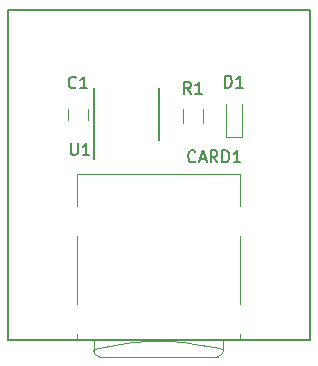
<source format=gbr>
G04 #@! TF.FileFunction,Legend,Top*
%FSLAX46Y46*%
G04 Gerber Fmt 4.6, Leading zero omitted, Abs format (unit mm)*
G04 Created by KiCad (PCBNEW 4.0.6) date 07/30/17 20:13:49*
%MOMM*%
%LPD*%
G01*
G04 APERTURE LIST*
%ADD10C,0.100000*%
%ADD11C,0.150000*%
%ADD12C,0.120000*%
G04 APERTURE END LIST*
D10*
D11*
X164231000Y-62735000D02*
X138711000Y-62735000D01*
X164231000Y-90685000D02*
X164231000Y-62735000D01*
X138711000Y-90685000D02*
X164231000Y-90685000D01*
X138711000Y-62745000D02*
X138711000Y-90685000D01*
D12*
X143751000Y-71125000D02*
X143751000Y-72125000D01*
X145451000Y-72125000D02*
X145451000Y-71125000D01*
X146411000Y-91415000D02*
X145911000Y-91515000D01*
X147711000Y-91115000D02*
X146411000Y-91415000D01*
X149211000Y-90915000D02*
X147711000Y-91115000D01*
X150511000Y-90815000D02*
X149211000Y-90915000D01*
X152311000Y-90815000D02*
X150511000Y-90815000D01*
X153611000Y-90915000D02*
X152311000Y-90815000D01*
X154411000Y-91015000D02*
X153611000Y-90915000D01*
X156111000Y-91315000D02*
X154411000Y-91015000D01*
X156911000Y-91515000D02*
X156111000Y-91315000D01*
X156411000Y-92115000D02*
X146411000Y-92115000D01*
X145911000Y-91615000D02*
G75*
G03X146411000Y-92115000I500000J0D01*
G01*
X156911000Y-90615000D02*
X156911000Y-91615000D01*
X145911000Y-90615000D02*
X145911000Y-91615000D01*
X158321000Y-90615000D02*
X144501000Y-90615000D01*
X144501000Y-76695000D02*
X158321000Y-76695000D01*
X144501000Y-79395000D02*
X144501000Y-76695000D01*
X156411000Y-92115000D02*
G75*
G03X156911000Y-91615000I0J500000D01*
G01*
X144501000Y-90615000D02*
X144501000Y-90215000D01*
X144501000Y-87695000D02*
X144501000Y-81915000D01*
X158321000Y-79395000D02*
X158321000Y-76695000D01*
X158321000Y-87695000D02*
X158321000Y-81915000D01*
X158321000Y-90615000D02*
X158321000Y-90215000D01*
X157101000Y-73495000D02*
X158501000Y-73495000D01*
X158501000Y-73495000D02*
X158501000Y-70695000D01*
X157101000Y-73495000D02*
X157101000Y-70695000D01*
X155221000Y-71125000D02*
X155221000Y-72325000D01*
X153461000Y-72325000D02*
X153461000Y-71125000D01*
D11*
X151476000Y-73805000D02*
X151476000Y-69405000D01*
X145951000Y-75380000D02*
X145951000Y-69405000D01*
X144424334Y-69312143D02*
X144376715Y-69359762D01*
X144233858Y-69407381D01*
X144138620Y-69407381D01*
X143995762Y-69359762D01*
X143900524Y-69264524D01*
X143852905Y-69169286D01*
X143805286Y-68978810D01*
X143805286Y-68835952D01*
X143852905Y-68645476D01*
X143900524Y-68550238D01*
X143995762Y-68455000D01*
X144138620Y-68407381D01*
X144233858Y-68407381D01*
X144376715Y-68455000D01*
X144424334Y-68502619D01*
X145376715Y-69407381D02*
X144805286Y-69407381D01*
X145091000Y-69407381D02*
X145091000Y-68407381D01*
X144995762Y-68550238D01*
X144900524Y-68645476D01*
X144805286Y-68693095D01*
X154545762Y-75562143D02*
X154498143Y-75609762D01*
X154355286Y-75657381D01*
X154260048Y-75657381D01*
X154117190Y-75609762D01*
X154021952Y-75514524D01*
X153974333Y-75419286D01*
X153926714Y-75228810D01*
X153926714Y-75085952D01*
X153974333Y-74895476D01*
X154021952Y-74800238D01*
X154117190Y-74705000D01*
X154260048Y-74657381D01*
X154355286Y-74657381D01*
X154498143Y-74705000D01*
X154545762Y-74752619D01*
X154926714Y-75371667D02*
X155402905Y-75371667D01*
X154831476Y-75657381D02*
X155164809Y-74657381D01*
X155498143Y-75657381D01*
X156402905Y-75657381D02*
X156069571Y-75181190D01*
X155831476Y-75657381D02*
X155831476Y-74657381D01*
X156212429Y-74657381D01*
X156307667Y-74705000D01*
X156355286Y-74752619D01*
X156402905Y-74847857D01*
X156402905Y-74990714D01*
X156355286Y-75085952D01*
X156307667Y-75133571D01*
X156212429Y-75181190D01*
X155831476Y-75181190D01*
X156831476Y-75657381D02*
X156831476Y-74657381D01*
X157069571Y-74657381D01*
X157212429Y-74705000D01*
X157307667Y-74800238D01*
X157355286Y-74895476D01*
X157402905Y-75085952D01*
X157402905Y-75228810D01*
X157355286Y-75419286D01*
X157307667Y-75514524D01*
X157212429Y-75609762D01*
X157069571Y-75657381D01*
X156831476Y-75657381D01*
X158355286Y-75657381D02*
X157783857Y-75657381D01*
X158069571Y-75657381D02*
X158069571Y-74657381D01*
X157974333Y-74800238D01*
X157879095Y-74895476D01*
X157783857Y-74943095D01*
X157052905Y-69337381D02*
X157052905Y-68337381D01*
X157291000Y-68337381D01*
X157433858Y-68385000D01*
X157529096Y-68480238D01*
X157576715Y-68575476D01*
X157624334Y-68765952D01*
X157624334Y-68908810D01*
X157576715Y-69099286D01*
X157529096Y-69194524D01*
X157433858Y-69289762D01*
X157291000Y-69337381D01*
X157052905Y-69337381D01*
X158576715Y-69337381D02*
X158005286Y-69337381D01*
X158291000Y-69337381D02*
X158291000Y-68337381D01*
X158195762Y-68480238D01*
X158100524Y-68575476D01*
X158005286Y-68623095D01*
X154164334Y-69867381D02*
X153831000Y-69391190D01*
X153592905Y-69867381D02*
X153592905Y-68867381D01*
X153973858Y-68867381D01*
X154069096Y-68915000D01*
X154116715Y-68962619D01*
X154164334Y-69057857D01*
X154164334Y-69200714D01*
X154116715Y-69295952D01*
X154069096Y-69343571D01*
X153973858Y-69391190D01*
X153592905Y-69391190D01*
X155116715Y-69867381D02*
X154545286Y-69867381D01*
X154831000Y-69867381D02*
X154831000Y-68867381D01*
X154735762Y-69010238D01*
X154640524Y-69105476D01*
X154545286Y-69153095D01*
X143999095Y-74047381D02*
X143999095Y-74856905D01*
X144046714Y-74952143D01*
X144094333Y-74999762D01*
X144189571Y-75047381D01*
X144380048Y-75047381D01*
X144475286Y-74999762D01*
X144522905Y-74952143D01*
X144570524Y-74856905D01*
X144570524Y-74047381D01*
X145570524Y-75047381D02*
X144999095Y-75047381D01*
X145284809Y-75047381D02*
X145284809Y-74047381D01*
X145189571Y-74190238D01*
X145094333Y-74285476D01*
X144999095Y-74333095D01*
M02*

</source>
